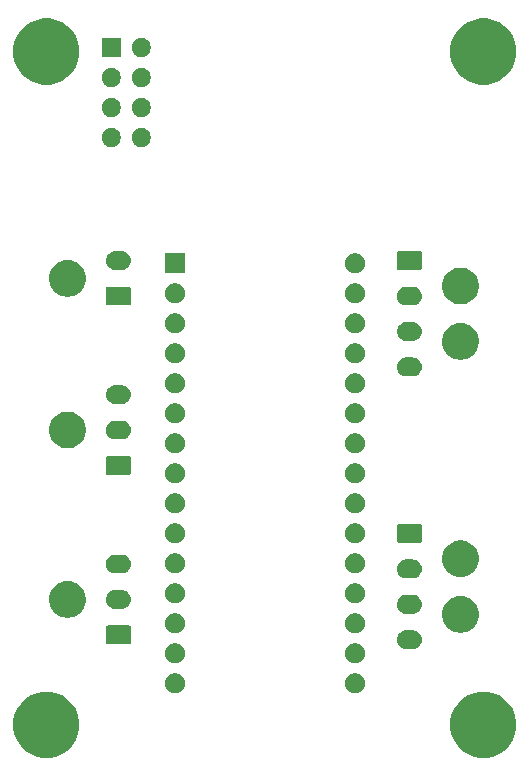
<source format=gbr>
G04 #@! TF.GenerationSoftware,KiCad,Pcbnew,(5.1.5)-3*
G04 #@! TF.CreationDate,2020-05-08T00:45:14-06:00*
G04 #@! TF.ProjectId,vibration,76696272-6174-4696-9f6e-2e6b69636164,rev?*
G04 #@! TF.SameCoordinates,Original*
G04 #@! TF.FileFunction,Soldermask,Bot*
G04 #@! TF.FilePolarity,Negative*
%FSLAX46Y46*%
G04 Gerber Fmt 4.6, Leading zero omitted, Abs format (unit mm)*
G04 Created by KiCad (PCBNEW (5.1.5)-3) date 2020-05-08 00:45:14*
%MOMM*%
%LPD*%
G04 APERTURE LIST*
%ADD10C,0.100000*%
G04 APERTURE END LIST*
D10*
G36*
X101817021Y-143306640D02*
G01*
X102326769Y-143517785D01*
X102326771Y-143517786D01*
X102785534Y-143824321D01*
X103175679Y-144214466D01*
X103482214Y-144673229D01*
X103482215Y-144673231D01*
X103693360Y-145182979D01*
X103801000Y-145724124D01*
X103801000Y-146275876D01*
X103693360Y-146817021D01*
X103482215Y-147326769D01*
X103482214Y-147326771D01*
X103175679Y-147785534D01*
X102785534Y-148175679D01*
X102326771Y-148482214D01*
X102326770Y-148482215D01*
X102326769Y-148482215D01*
X101817021Y-148693360D01*
X101275876Y-148801000D01*
X100724124Y-148801000D01*
X100182979Y-148693360D01*
X99673231Y-148482215D01*
X99673230Y-148482215D01*
X99673229Y-148482214D01*
X99214466Y-148175679D01*
X98824321Y-147785534D01*
X98517786Y-147326771D01*
X98517785Y-147326769D01*
X98306640Y-146817021D01*
X98199000Y-146275876D01*
X98199000Y-145724124D01*
X98306640Y-145182979D01*
X98517785Y-144673231D01*
X98517786Y-144673229D01*
X98824321Y-144214466D01*
X99214466Y-143824321D01*
X99673229Y-143517786D01*
X99673231Y-143517785D01*
X100182979Y-143306640D01*
X100724124Y-143199000D01*
X101275876Y-143199000D01*
X101817021Y-143306640D01*
G37*
G36*
X64817021Y-143306640D02*
G01*
X65326769Y-143517785D01*
X65326771Y-143517786D01*
X65785534Y-143824321D01*
X66175679Y-144214466D01*
X66482214Y-144673229D01*
X66482215Y-144673231D01*
X66693360Y-145182979D01*
X66801000Y-145724124D01*
X66801000Y-146275876D01*
X66693360Y-146817021D01*
X66482215Y-147326769D01*
X66482214Y-147326771D01*
X66175679Y-147785534D01*
X65785534Y-148175679D01*
X65326771Y-148482214D01*
X65326770Y-148482215D01*
X65326769Y-148482215D01*
X64817021Y-148693360D01*
X64275876Y-148801000D01*
X63724124Y-148801000D01*
X63182979Y-148693360D01*
X62673231Y-148482215D01*
X62673230Y-148482215D01*
X62673229Y-148482214D01*
X62214466Y-148175679D01*
X61824321Y-147785534D01*
X61517786Y-147326771D01*
X61517785Y-147326769D01*
X61306640Y-146817021D01*
X61199000Y-146275876D01*
X61199000Y-145724124D01*
X61306640Y-145182979D01*
X61517785Y-144673231D01*
X61517786Y-144673229D01*
X61824321Y-144214466D01*
X62214466Y-143824321D01*
X62673229Y-143517786D01*
X62673231Y-143517785D01*
X63182979Y-143306640D01*
X63724124Y-143199000D01*
X64275876Y-143199000D01*
X64817021Y-143306640D01*
G37*
G36*
X75138228Y-141675703D02*
G01*
X75293100Y-141739853D01*
X75432481Y-141832985D01*
X75551015Y-141951519D01*
X75644147Y-142090900D01*
X75708297Y-142245772D01*
X75741000Y-142410184D01*
X75741000Y-142577816D01*
X75708297Y-142742228D01*
X75644147Y-142897100D01*
X75551015Y-143036481D01*
X75432481Y-143155015D01*
X75293100Y-143248147D01*
X75138228Y-143312297D01*
X74973816Y-143345000D01*
X74806184Y-143345000D01*
X74641772Y-143312297D01*
X74486900Y-143248147D01*
X74347519Y-143155015D01*
X74228985Y-143036481D01*
X74135853Y-142897100D01*
X74071703Y-142742228D01*
X74039000Y-142577816D01*
X74039000Y-142410184D01*
X74071703Y-142245772D01*
X74135853Y-142090900D01*
X74228985Y-141951519D01*
X74347519Y-141832985D01*
X74486900Y-141739853D01*
X74641772Y-141675703D01*
X74806184Y-141643000D01*
X74973816Y-141643000D01*
X75138228Y-141675703D01*
G37*
G36*
X90378228Y-141675703D02*
G01*
X90533100Y-141739853D01*
X90672481Y-141832985D01*
X90791015Y-141951519D01*
X90884147Y-142090900D01*
X90948297Y-142245772D01*
X90981000Y-142410184D01*
X90981000Y-142577816D01*
X90948297Y-142742228D01*
X90884147Y-142897100D01*
X90791015Y-143036481D01*
X90672481Y-143155015D01*
X90533100Y-143248147D01*
X90378228Y-143312297D01*
X90213816Y-143345000D01*
X90046184Y-143345000D01*
X89881772Y-143312297D01*
X89726900Y-143248147D01*
X89587519Y-143155015D01*
X89468985Y-143036481D01*
X89375853Y-142897100D01*
X89311703Y-142742228D01*
X89279000Y-142577816D01*
X89279000Y-142410184D01*
X89311703Y-142245772D01*
X89375853Y-142090900D01*
X89468985Y-141951519D01*
X89587519Y-141832985D01*
X89726900Y-141739853D01*
X89881772Y-141675703D01*
X90046184Y-141643000D01*
X90213816Y-141643000D01*
X90378228Y-141675703D01*
G37*
G36*
X75138228Y-139135703D02*
G01*
X75293100Y-139199853D01*
X75432481Y-139292985D01*
X75551015Y-139411519D01*
X75644147Y-139550900D01*
X75708297Y-139705772D01*
X75741000Y-139870184D01*
X75741000Y-140037816D01*
X75708297Y-140202228D01*
X75644147Y-140357100D01*
X75551015Y-140496481D01*
X75432481Y-140615015D01*
X75293100Y-140708147D01*
X75138228Y-140772297D01*
X74973816Y-140805000D01*
X74806184Y-140805000D01*
X74641772Y-140772297D01*
X74486900Y-140708147D01*
X74347519Y-140615015D01*
X74228985Y-140496481D01*
X74135853Y-140357100D01*
X74071703Y-140202228D01*
X74039000Y-140037816D01*
X74039000Y-139870184D01*
X74071703Y-139705772D01*
X74135853Y-139550900D01*
X74228985Y-139411519D01*
X74347519Y-139292985D01*
X74486900Y-139199853D01*
X74641772Y-139135703D01*
X74806184Y-139103000D01*
X74973816Y-139103000D01*
X75138228Y-139135703D01*
G37*
G36*
X90378228Y-139135703D02*
G01*
X90533100Y-139199853D01*
X90672481Y-139292985D01*
X90791015Y-139411519D01*
X90884147Y-139550900D01*
X90948297Y-139705772D01*
X90981000Y-139870184D01*
X90981000Y-140037816D01*
X90948297Y-140202228D01*
X90884147Y-140357100D01*
X90791015Y-140496481D01*
X90672481Y-140615015D01*
X90533100Y-140708147D01*
X90378228Y-140772297D01*
X90213816Y-140805000D01*
X90046184Y-140805000D01*
X89881772Y-140772297D01*
X89726900Y-140708147D01*
X89587519Y-140615015D01*
X89468985Y-140496481D01*
X89375853Y-140357100D01*
X89311703Y-140202228D01*
X89279000Y-140037816D01*
X89279000Y-139870184D01*
X89311703Y-139705772D01*
X89375853Y-139550900D01*
X89468985Y-139411519D01*
X89587519Y-139292985D01*
X89726900Y-139199853D01*
X89881772Y-139135703D01*
X90046184Y-139103000D01*
X90213816Y-139103000D01*
X90378228Y-139135703D01*
G37*
G36*
X95080571Y-137996863D02*
G01*
X95159023Y-138004590D01*
X95259682Y-138035125D01*
X95310013Y-138050392D01*
X95449165Y-138124771D01*
X95571133Y-138224867D01*
X95671229Y-138346835D01*
X95745608Y-138485987D01*
X95745608Y-138485988D01*
X95791410Y-138636977D01*
X95806875Y-138794000D01*
X95791410Y-138951023D01*
X95786233Y-138968089D01*
X95745608Y-139102013D01*
X95671229Y-139241165D01*
X95571133Y-139363133D01*
X95449165Y-139463229D01*
X95310013Y-139537608D01*
X95266194Y-139550900D01*
X95159023Y-139583410D01*
X95080571Y-139591137D01*
X95041346Y-139595000D01*
X94442654Y-139595000D01*
X94403429Y-139591137D01*
X94324977Y-139583410D01*
X94217806Y-139550900D01*
X94173987Y-139537608D01*
X94034835Y-139463229D01*
X93912867Y-139363133D01*
X93812771Y-139241165D01*
X93738392Y-139102013D01*
X93697767Y-138968089D01*
X93692590Y-138951023D01*
X93677125Y-138794000D01*
X93692590Y-138636977D01*
X93738392Y-138485988D01*
X93738392Y-138485987D01*
X93812771Y-138346835D01*
X93912867Y-138224867D01*
X94034835Y-138124771D01*
X94173987Y-138050392D01*
X94224318Y-138035125D01*
X94324977Y-138004590D01*
X94403429Y-137996863D01*
X94442654Y-137993000D01*
X95041346Y-137993000D01*
X95080571Y-137996863D01*
G37*
G36*
X71017048Y-137585122D02*
G01*
X71051387Y-137595539D01*
X71083036Y-137612456D01*
X71110778Y-137635222D01*
X71133544Y-137662964D01*
X71150461Y-137694613D01*
X71160878Y-137728952D01*
X71165000Y-137770807D01*
X71165000Y-138993193D01*
X71160878Y-139035048D01*
X71150461Y-139069387D01*
X71133544Y-139101036D01*
X71110778Y-139128778D01*
X71083036Y-139151544D01*
X71051387Y-139168461D01*
X71017048Y-139178878D01*
X70975193Y-139183000D01*
X69232807Y-139183000D01*
X69190952Y-139178878D01*
X69156613Y-139168461D01*
X69124964Y-139151544D01*
X69097222Y-139128778D01*
X69074456Y-139101036D01*
X69057539Y-139069387D01*
X69047122Y-139035048D01*
X69043000Y-138993193D01*
X69043000Y-137770807D01*
X69047122Y-137728952D01*
X69057539Y-137694613D01*
X69074456Y-137662964D01*
X69097222Y-137635222D01*
X69124964Y-137612456D01*
X69156613Y-137595539D01*
X69190952Y-137585122D01*
X69232807Y-137581000D01*
X70975193Y-137581000D01*
X71017048Y-137585122D01*
G37*
G36*
X90378228Y-136595703D02*
G01*
X90533100Y-136659853D01*
X90672481Y-136752985D01*
X90791015Y-136871519D01*
X90884147Y-137010900D01*
X90948297Y-137165772D01*
X90981000Y-137330184D01*
X90981000Y-137497816D01*
X90948297Y-137662228D01*
X90884147Y-137817100D01*
X90791015Y-137956481D01*
X90672481Y-138075015D01*
X90533100Y-138168147D01*
X90378228Y-138232297D01*
X90213816Y-138265000D01*
X90046184Y-138265000D01*
X89881772Y-138232297D01*
X89726900Y-138168147D01*
X89587519Y-138075015D01*
X89468985Y-137956481D01*
X89375853Y-137817100D01*
X89311703Y-137662228D01*
X89279000Y-137497816D01*
X89279000Y-137330184D01*
X89311703Y-137165772D01*
X89375853Y-137010900D01*
X89468985Y-136871519D01*
X89587519Y-136752985D01*
X89726900Y-136659853D01*
X89881772Y-136595703D01*
X90046184Y-136563000D01*
X90213816Y-136563000D01*
X90378228Y-136595703D01*
G37*
G36*
X75138228Y-136595703D02*
G01*
X75293100Y-136659853D01*
X75432481Y-136752985D01*
X75551015Y-136871519D01*
X75644147Y-137010900D01*
X75708297Y-137165772D01*
X75741000Y-137330184D01*
X75741000Y-137497816D01*
X75708297Y-137662228D01*
X75644147Y-137817100D01*
X75551015Y-137956481D01*
X75432481Y-138075015D01*
X75293100Y-138168147D01*
X75138228Y-138232297D01*
X74973816Y-138265000D01*
X74806184Y-138265000D01*
X74641772Y-138232297D01*
X74486900Y-138168147D01*
X74347519Y-138075015D01*
X74228985Y-137956481D01*
X74135853Y-137817100D01*
X74071703Y-137662228D01*
X74039000Y-137497816D01*
X74039000Y-137330184D01*
X74071703Y-137165772D01*
X74135853Y-137010900D01*
X74228985Y-136871519D01*
X74347519Y-136752985D01*
X74486900Y-136659853D01*
X74641772Y-136595703D01*
X74806184Y-136563000D01*
X74973816Y-136563000D01*
X75138228Y-136595703D01*
G37*
G36*
X99361699Y-135122228D02*
G01*
X99514410Y-135152604D01*
X99796674Y-135269521D01*
X100050705Y-135439259D01*
X100266741Y-135655295D01*
X100436479Y-135909326D01*
X100553396Y-136191590D01*
X100613000Y-136491240D01*
X100613000Y-136796760D01*
X100553396Y-137096410D01*
X100436479Y-137378674D01*
X100266741Y-137632705D01*
X100050705Y-137848741D01*
X99796674Y-138018479D01*
X99514410Y-138135396D01*
X99364585Y-138165198D01*
X99214761Y-138195000D01*
X98909239Y-138195000D01*
X98759415Y-138165198D01*
X98609590Y-138135396D01*
X98327326Y-138018479D01*
X98073295Y-137848741D01*
X97857259Y-137632705D01*
X97687521Y-137378674D01*
X97570604Y-137096410D01*
X97511000Y-136796760D01*
X97511000Y-136491240D01*
X97570604Y-136191590D01*
X97687521Y-135909326D01*
X97857259Y-135655295D01*
X98073295Y-135439259D01*
X98327326Y-135269521D01*
X98609590Y-135152604D01*
X98762301Y-135122228D01*
X98909239Y-135093000D01*
X99214761Y-135093000D01*
X99361699Y-135122228D01*
G37*
G36*
X66086585Y-133860802D02*
G01*
X66236410Y-133890604D01*
X66518674Y-134007521D01*
X66772705Y-134177259D01*
X66988741Y-134393295D01*
X67158479Y-134647326D01*
X67275396Y-134929590D01*
X67305198Y-135079415D01*
X67335000Y-135229239D01*
X67335000Y-135534761D01*
X67334152Y-135539023D01*
X67275396Y-135834410D01*
X67158479Y-136116674D01*
X66988741Y-136370705D01*
X66772705Y-136586741D01*
X66518674Y-136756479D01*
X66236410Y-136873396D01*
X66086585Y-136903198D01*
X65936761Y-136933000D01*
X65631239Y-136933000D01*
X65481415Y-136903198D01*
X65331590Y-136873396D01*
X65049326Y-136756479D01*
X64795295Y-136586741D01*
X64579259Y-136370705D01*
X64409521Y-136116674D01*
X64292604Y-135834410D01*
X64233848Y-135539023D01*
X64233000Y-135534761D01*
X64233000Y-135229239D01*
X64262802Y-135079415D01*
X64292604Y-134929590D01*
X64409521Y-134647326D01*
X64579259Y-134393295D01*
X64795295Y-134177259D01*
X65049326Y-134007521D01*
X65331590Y-133890604D01*
X65481415Y-133860802D01*
X65631239Y-133831000D01*
X65936761Y-133831000D01*
X66086585Y-133860802D01*
G37*
G36*
X95080571Y-134996863D02*
G01*
X95159023Y-135004590D01*
X95259682Y-135035125D01*
X95310013Y-135050392D01*
X95449165Y-135124771D01*
X95571133Y-135224867D01*
X95671229Y-135346835D01*
X95745608Y-135485987D01*
X95745608Y-135485988D01*
X95791410Y-135636977D01*
X95806875Y-135794000D01*
X95791410Y-135951023D01*
X95761013Y-136051229D01*
X95745608Y-136102013D01*
X95671229Y-136241165D01*
X95571133Y-136363133D01*
X95449165Y-136463229D01*
X95310013Y-136537608D01*
X95259682Y-136552875D01*
X95159023Y-136583410D01*
X95080571Y-136591137D01*
X95041346Y-136595000D01*
X94442654Y-136595000D01*
X94403429Y-136591137D01*
X94324977Y-136583410D01*
X94224318Y-136552875D01*
X94173987Y-136537608D01*
X94034835Y-136463229D01*
X93912867Y-136363133D01*
X93812771Y-136241165D01*
X93738392Y-136102013D01*
X93722987Y-136051229D01*
X93692590Y-135951023D01*
X93677125Y-135794000D01*
X93692590Y-135636977D01*
X93738392Y-135485988D01*
X93738392Y-135485987D01*
X93812771Y-135346835D01*
X93912867Y-135224867D01*
X94034835Y-135124771D01*
X94173987Y-135050392D01*
X94224318Y-135035125D01*
X94324977Y-135004590D01*
X94403429Y-134996863D01*
X94442654Y-134993000D01*
X95041346Y-134993000D01*
X95080571Y-134996863D01*
G37*
G36*
X70442571Y-134584863D02*
G01*
X70521023Y-134592590D01*
X70621682Y-134623125D01*
X70672013Y-134638392D01*
X70811165Y-134712771D01*
X70933133Y-134812867D01*
X71033229Y-134934835D01*
X71107608Y-135073987D01*
X71107608Y-135073988D01*
X71153410Y-135224977D01*
X71168875Y-135382000D01*
X71153410Y-135539023D01*
X71126374Y-135628148D01*
X71107608Y-135690013D01*
X71033229Y-135829165D01*
X70933133Y-135951133D01*
X70811165Y-136051229D01*
X70672013Y-136125608D01*
X70621682Y-136140875D01*
X70521023Y-136171410D01*
X70442571Y-136179137D01*
X70403346Y-136183000D01*
X69804654Y-136183000D01*
X69765429Y-136179137D01*
X69686977Y-136171410D01*
X69586318Y-136140875D01*
X69535987Y-136125608D01*
X69396835Y-136051229D01*
X69274867Y-135951133D01*
X69174771Y-135829165D01*
X69100392Y-135690013D01*
X69081626Y-135628148D01*
X69054590Y-135539023D01*
X69039125Y-135382000D01*
X69054590Y-135224977D01*
X69100392Y-135073988D01*
X69100392Y-135073987D01*
X69174771Y-134934835D01*
X69274867Y-134812867D01*
X69396835Y-134712771D01*
X69535987Y-134638392D01*
X69586318Y-134623125D01*
X69686977Y-134592590D01*
X69765429Y-134584863D01*
X69804654Y-134581000D01*
X70403346Y-134581000D01*
X70442571Y-134584863D01*
G37*
G36*
X90378228Y-134055703D02*
G01*
X90533100Y-134119853D01*
X90672481Y-134212985D01*
X90791015Y-134331519D01*
X90884147Y-134470900D01*
X90948297Y-134625772D01*
X90981000Y-134790184D01*
X90981000Y-134957816D01*
X90948297Y-135122228D01*
X90884147Y-135277100D01*
X90791015Y-135416481D01*
X90672481Y-135535015D01*
X90533100Y-135628147D01*
X90378228Y-135692297D01*
X90213816Y-135725000D01*
X90046184Y-135725000D01*
X89881772Y-135692297D01*
X89726900Y-135628147D01*
X89587519Y-135535015D01*
X89468985Y-135416481D01*
X89375853Y-135277100D01*
X89311703Y-135122228D01*
X89279000Y-134957816D01*
X89279000Y-134790184D01*
X89311703Y-134625772D01*
X89375853Y-134470900D01*
X89468985Y-134331519D01*
X89587519Y-134212985D01*
X89726900Y-134119853D01*
X89881772Y-134055703D01*
X90046184Y-134023000D01*
X90213816Y-134023000D01*
X90378228Y-134055703D01*
G37*
G36*
X75138228Y-134055703D02*
G01*
X75293100Y-134119853D01*
X75432481Y-134212985D01*
X75551015Y-134331519D01*
X75644147Y-134470900D01*
X75708297Y-134625772D01*
X75741000Y-134790184D01*
X75741000Y-134957816D01*
X75708297Y-135122228D01*
X75644147Y-135277100D01*
X75551015Y-135416481D01*
X75432481Y-135535015D01*
X75293100Y-135628147D01*
X75138228Y-135692297D01*
X74973816Y-135725000D01*
X74806184Y-135725000D01*
X74641772Y-135692297D01*
X74486900Y-135628147D01*
X74347519Y-135535015D01*
X74228985Y-135416481D01*
X74135853Y-135277100D01*
X74071703Y-135122228D01*
X74039000Y-134957816D01*
X74039000Y-134790184D01*
X74071703Y-134625772D01*
X74135853Y-134470900D01*
X74228985Y-134331519D01*
X74347519Y-134212985D01*
X74486900Y-134119853D01*
X74641772Y-134055703D01*
X74806184Y-134023000D01*
X74973816Y-134023000D01*
X75138228Y-134055703D01*
G37*
G36*
X95080571Y-131996863D02*
G01*
X95159023Y-132004590D01*
X95259682Y-132035125D01*
X95310013Y-132050392D01*
X95449165Y-132124771D01*
X95571133Y-132224867D01*
X95671229Y-132346835D01*
X95745608Y-132485987D01*
X95745608Y-132485988D01*
X95791410Y-132636977D01*
X95806875Y-132794000D01*
X95791410Y-132951023D01*
X95778065Y-132995015D01*
X95745608Y-133102013D01*
X95671229Y-133241165D01*
X95571133Y-133363133D01*
X95449165Y-133463229D01*
X95310013Y-133537608D01*
X95259682Y-133552875D01*
X95159023Y-133583410D01*
X95080571Y-133591137D01*
X95041346Y-133595000D01*
X94442654Y-133595000D01*
X94403429Y-133591137D01*
X94324977Y-133583410D01*
X94224318Y-133552875D01*
X94173987Y-133537608D01*
X94034835Y-133463229D01*
X93912867Y-133363133D01*
X93812771Y-133241165D01*
X93738392Y-133102013D01*
X93705935Y-132995015D01*
X93692590Y-132951023D01*
X93677125Y-132794000D01*
X93692590Y-132636977D01*
X93738392Y-132485988D01*
X93738392Y-132485987D01*
X93812771Y-132346835D01*
X93912867Y-132224867D01*
X94034835Y-132124771D01*
X94173987Y-132050392D01*
X94224318Y-132035125D01*
X94324977Y-132004590D01*
X94403429Y-131996863D01*
X94442654Y-131993000D01*
X95041346Y-131993000D01*
X95080571Y-131996863D01*
G37*
G36*
X99364585Y-130422802D02*
G01*
X99514410Y-130452604D01*
X99796674Y-130569521D01*
X100050705Y-130739259D01*
X100266741Y-130955295D01*
X100436479Y-131209326D01*
X100553396Y-131491590D01*
X100613000Y-131791240D01*
X100613000Y-132096760D01*
X100553396Y-132396410D01*
X100436479Y-132678674D01*
X100266741Y-132932705D01*
X100050705Y-133148741D01*
X99796674Y-133318479D01*
X99514410Y-133435396D01*
X99374484Y-133463229D01*
X99214761Y-133495000D01*
X98909239Y-133495000D01*
X98749516Y-133463229D01*
X98609590Y-133435396D01*
X98327326Y-133318479D01*
X98073295Y-133148741D01*
X97857259Y-132932705D01*
X97687521Y-132678674D01*
X97570604Y-132396410D01*
X97511000Y-132096760D01*
X97511000Y-131791240D01*
X97570604Y-131491590D01*
X97687521Y-131209326D01*
X97857259Y-130955295D01*
X98073295Y-130739259D01*
X98327326Y-130569521D01*
X98609590Y-130452604D01*
X98759415Y-130422802D01*
X98909239Y-130393000D01*
X99214761Y-130393000D01*
X99364585Y-130422802D01*
G37*
G36*
X75138228Y-131515703D02*
G01*
X75293100Y-131579853D01*
X75432481Y-131672985D01*
X75551015Y-131791519D01*
X75644147Y-131930900D01*
X75708297Y-132085772D01*
X75741000Y-132250184D01*
X75741000Y-132417816D01*
X75708297Y-132582228D01*
X75644147Y-132737100D01*
X75551015Y-132876481D01*
X75432481Y-132995015D01*
X75293100Y-133088147D01*
X75138228Y-133152297D01*
X74973816Y-133185000D01*
X74806184Y-133185000D01*
X74641772Y-133152297D01*
X74486900Y-133088147D01*
X74347519Y-132995015D01*
X74228985Y-132876481D01*
X74135853Y-132737100D01*
X74071703Y-132582228D01*
X74039000Y-132417816D01*
X74039000Y-132250184D01*
X74071703Y-132085772D01*
X74135853Y-131930900D01*
X74228985Y-131791519D01*
X74347519Y-131672985D01*
X74486900Y-131579853D01*
X74641772Y-131515703D01*
X74806184Y-131483000D01*
X74973816Y-131483000D01*
X75138228Y-131515703D01*
G37*
G36*
X90378228Y-131515703D02*
G01*
X90533100Y-131579853D01*
X90672481Y-131672985D01*
X90791015Y-131791519D01*
X90884147Y-131930900D01*
X90948297Y-132085772D01*
X90981000Y-132250184D01*
X90981000Y-132417816D01*
X90948297Y-132582228D01*
X90884147Y-132737100D01*
X90791015Y-132876481D01*
X90672481Y-132995015D01*
X90533100Y-133088147D01*
X90378228Y-133152297D01*
X90213816Y-133185000D01*
X90046184Y-133185000D01*
X89881772Y-133152297D01*
X89726900Y-133088147D01*
X89587519Y-132995015D01*
X89468985Y-132876481D01*
X89375853Y-132737100D01*
X89311703Y-132582228D01*
X89279000Y-132417816D01*
X89279000Y-132250184D01*
X89311703Y-132085772D01*
X89375853Y-131930900D01*
X89468985Y-131791519D01*
X89587519Y-131672985D01*
X89726900Y-131579853D01*
X89881772Y-131515703D01*
X90046184Y-131483000D01*
X90213816Y-131483000D01*
X90378228Y-131515703D01*
G37*
G36*
X70442571Y-131584863D02*
G01*
X70521023Y-131592590D01*
X70621682Y-131623125D01*
X70672013Y-131638392D01*
X70811165Y-131712771D01*
X70933133Y-131812867D01*
X71033229Y-131934835D01*
X71107608Y-132073987D01*
X71111183Y-132085772D01*
X71153410Y-132224977D01*
X71168875Y-132382000D01*
X71153410Y-132539023D01*
X71123696Y-132636977D01*
X71107608Y-132690013D01*
X71033229Y-132829165D01*
X70933133Y-132951133D01*
X70811165Y-133051229D01*
X70672013Y-133125608D01*
X70621682Y-133140875D01*
X70521023Y-133171410D01*
X70442571Y-133179137D01*
X70403346Y-133183000D01*
X69804654Y-133183000D01*
X69765429Y-133179137D01*
X69686977Y-133171410D01*
X69586318Y-133140875D01*
X69535987Y-133125608D01*
X69396835Y-133051229D01*
X69274867Y-132951133D01*
X69174771Y-132829165D01*
X69100392Y-132690013D01*
X69084304Y-132636977D01*
X69054590Y-132539023D01*
X69039125Y-132382000D01*
X69054590Y-132224977D01*
X69096817Y-132085772D01*
X69100392Y-132073987D01*
X69174771Y-131934835D01*
X69274867Y-131812867D01*
X69396835Y-131712771D01*
X69535987Y-131638392D01*
X69586318Y-131623125D01*
X69686977Y-131592590D01*
X69765429Y-131584863D01*
X69804654Y-131581000D01*
X70403346Y-131581000D01*
X70442571Y-131584863D01*
G37*
G36*
X90378228Y-128975703D02*
G01*
X90533100Y-129039853D01*
X90672481Y-129132985D01*
X90791015Y-129251519D01*
X90884147Y-129390900D01*
X90948297Y-129545772D01*
X90981000Y-129710184D01*
X90981000Y-129877816D01*
X90948297Y-130042228D01*
X90884147Y-130197100D01*
X90791015Y-130336481D01*
X90672481Y-130455015D01*
X90533100Y-130548147D01*
X90378228Y-130612297D01*
X90213816Y-130645000D01*
X90046184Y-130645000D01*
X89881772Y-130612297D01*
X89726900Y-130548147D01*
X89587519Y-130455015D01*
X89468985Y-130336481D01*
X89375853Y-130197100D01*
X89311703Y-130042228D01*
X89279000Y-129877816D01*
X89279000Y-129710184D01*
X89311703Y-129545772D01*
X89375853Y-129390900D01*
X89468985Y-129251519D01*
X89587519Y-129132985D01*
X89726900Y-129039853D01*
X89881772Y-128975703D01*
X90046184Y-128943000D01*
X90213816Y-128943000D01*
X90378228Y-128975703D01*
G37*
G36*
X75138228Y-128975703D02*
G01*
X75293100Y-129039853D01*
X75432481Y-129132985D01*
X75551015Y-129251519D01*
X75644147Y-129390900D01*
X75708297Y-129545772D01*
X75741000Y-129710184D01*
X75741000Y-129877816D01*
X75708297Y-130042228D01*
X75644147Y-130197100D01*
X75551015Y-130336481D01*
X75432481Y-130455015D01*
X75293100Y-130548147D01*
X75138228Y-130612297D01*
X74973816Y-130645000D01*
X74806184Y-130645000D01*
X74641772Y-130612297D01*
X74486900Y-130548147D01*
X74347519Y-130455015D01*
X74228985Y-130336481D01*
X74135853Y-130197100D01*
X74071703Y-130042228D01*
X74039000Y-129877816D01*
X74039000Y-129710184D01*
X74071703Y-129545772D01*
X74135853Y-129390900D01*
X74228985Y-129251519D01*
X74347519Y-129132985D01*
X74486900Y-129039853D01*
X74641772Y-128975703D01*
X74806184Y-128943000D01*
X74973816Y-128943000D01*
X75138228Y-128975703D01*
G37*
G36*
X95655048Y-128997122D02*
G01*
X95689387Y-129007539D01*
X95721036Y-129024456D01*
X95748778Y-129047222D01*
X95771544Y-129074964D01*
X95788461Y-129106613D01*
X95798878Y-129140952D01*
X95803000Y-129182807D01*
X95803000Y-130405193D01*
X95798878Y-130447048D01*
X95788461Y-130481387D01*
X95771544Y-130513036D01*
X95748778Y-130540778D01*
X95721036Y-130563544D01*
X95689387Y-130580461D01*
X95655048Y-130590878D01*
X95613193Y-130595000D01*
X93870807Y-130595000D01*
X93828952Y-130590878D01*
X93794613Y-130580461D01*
X93762964Y-130563544D01*
X93735222Y-130540778D01*
X93712456Y-130513036D01*
X93695539Y-130481387D01*
X93685122Y-130447048D01*
X93681000Y-130405193D01*
X93681000Y-129182807D01*
X93685122Y-129140952D01*
X93695539Y-129106613D01*
X93712456Y-129074964D01*
X93735222Y-129047222D01*
X93762964Y-129024456D01*
X93794613Y-129007539D01*
X93828952Y-128997122D01*
X93870807Y-128993000D01*
X95613193Y-128993000D01*
X95655048Y-128997122D01*
G37*
G36*
X90378228Y-126435703D02*
G01*
X90533100Y-126499853D01*
X90672481Y-126592985D01*
X90791015Y-126711519D01*
X90884147Y-126850900D01*
X90948297Y-127005772D01*
X90981000Y-127170184D01*
X90981000Y-127337816D01*
X90948297Y-127502228D01*
X90884147Y-127657100D01*
X90791015Y-127796481D01*
X90672481Y-127915015D01*
X90533100Y-128008147D01*
X90378228Y-128072297D01*
X90213816Y-128105000D01*
X90046184Y-128105000D01*
X89881772Y-128072297D01*
X89726900Y-128008147D01*
X89587519Y-127915015D01*
X89468985Y-127796481D01*
X89375853Y-127657100D01*
X89311703Y-127502228D01*
X89279000Y-127337816D01*
X89279000Y-127170184D01*
X89311703Y-127005772D01*
X89375853Y-126850900D01*
X89468985Y-126711519D01*
X89587519Y-126592985D01*
X89726900Y-126499853D01*
X89881772Y-126435703D01*
X90046184Y-126403000D01*
X90213816Y-126403000D01*
X90378228Y-126435703D01*
G37*
G36*
X75138228Y-126435703D02*
G01*
X75293100Y-126499853D01*
X75432481Y-126592985D01*
X75551015Y-126711519D01*
X75644147Y-126850900D01*
X75708297Y-127005772D01*
X75741000Y-127170184D01*
X75741000Y-127337816D01*
X75708297Y-127502228D01*
X75644147Y-127657100D01*
X75551015Y-127796481D01*
X75432481Y-127915015D01*
X75293100Y-128008147D01*
X75138228Y-128072297D01*
X74973816Y-128105000D01*
X74806184Y-128105000D01*
X74641772Y-128072297D01*
X74486900Y-128008147D01*
X74347519Y-127915015D01*
X74228985Y-127796481D01*
X74135853Y-127657100D01*
X74071703Y-127502228D01*
X74039000Y-127337816D01*
X74039000Y-127170184D01*
X74071703Y-127005772D01*
X74135853Y-126850900D01*
X74228985Y-126711519D01*
X74347519Y-126592985D01*
X74486900Y-126499853D01*
X74641772Y-126435703D01*
X74806184Y-126403000D01*
X74973816Y-126403000D01*
X75138228Y-126435703D01*
G37*
G36*
X90378228Y-123895703D02*
G01*
X90533100Y-123959853D01*
X90672481Y-124052985D01*
X90791015Y-124171519D01*
X90884147Y-124310900D01*
X90948297Y-124465772D01*
X90981000Y-124630184D01*
X90981000Y-124797816D01*
X90948297Y-124962228D01*
X90884147Y-125117100D01*
X90791015Y-125256481D01*
X90672481Y-125375015D01*
X90533100Y-125468147D01*
X90378228Y-125532297D01*
X90213816Y-125565000D01*
X90046184Y-125565000D01*
X89881772Y-125532297D01*
X89726900Y-125468147D01*
X89587519Y-125375015D01*
X89468985Y-125256481D01*
X89375853Y-125117100D01*
X89311703Y-124962228D01*
X89279000Y-124797816D01*
X89279000Y-124630184D01*
X89311703Y-124465772D01*
X89375853Y-124310900D01*
X89468985Y-124171519D01*
X89587519Y-124052985D01*
X89726900Y-123959853D01*
X89881772Y-123895703D01*
X90046184Y-123863000D01*
X90213816Y-123863000D01*
X90378228Y-123895703D01*
G37*
G36*
X75138228Y-123895703D02*
G01*
X75293100Y-123959853D01*
X75432481Y-124052985D01*
X75551015Y-124171519D01*
X75644147Y-124310900D01*
X75708297Y-124465772D01*
X75741000Y-124630184D01*
X75741000Y-124797816D01*
X75708297Y-124962228D01*
X75644147Y-125117100D01*
X75551015Y-125256481D01*
X75432481Y-125375015D01*
X75293100Y-125468147D01*
X75138228Y-125532297D01*
X74973816Y-125565000D01*
X74806184Y-125565000D01*
X74641772Y-125532297D01*
X74486900Y-125468147D01*
X74347519Y-125375015D01*
X74228985Y-125256481D01*
X74135853Y-125117100D01*
X74071703Y-124962228D01*
X74039000Y-124797816D01*
X74039000Y-124630184D01*
X74071703Y-124465772D01*
X74135853Y-124310900D01*
X74228985Y-124171519D01*
X74347519Y-124052985D01*
X74486900Y-123959853D01*
X74641772Y-123895703D01*
X74806184Y-123863000D01*
X74973816Y-123863000D01*
X75138228Y-123895703D01*
G37*
G36*
X71017048Y-123241122D02*
G01*
X71051387Y-123251539D01*
X71083036Y-123268456D01*
X71110778Y-123291222D01*
X71133544Y-123318964D01*
X71150461Y-123350613D01*
X71160878Y-123384952D01*
X71165000Y-123426807D01*
X71165000Y-124649193D01*
X71160878Y-124691048D01*
X71150461Y-124725387D01*
X71133544Y-124757036D01*
X71110778Y-124784778D01*
X71083036Y-124807544D01*
X71051387Y-124824461D01*
X71017048Y-124834878D01*
X70975193Y-124839000D01*
X69232807Y-124839000D01*
X69190952Y-124834878D01*
X69156613Y-124824461D01*
X69124964Y-124807544D01*
X69097222Y-124784778D01*
X69074456Y-124757036D01*
X69057539Y-124725387D01*
X69047122Y-124691048D01*
X69043000Y-124649193D01*
X69043000Y-123426807D01*
X69047122Y-123384952D01*
X69057539Y-123350613D01*
X69074456Y-123318964D01*
X69097222Y-123291222D01*
X69124964Y-123268456D01*
X69156613Y-123251539D01*
X69190952Y-123241122D01*
X69232807Y-123237000D01*
X70975193Y-123237000D01*
X71017048Y-123241122D01*
G37*
G36*
X90378228Y-121355703D02*
G01*
X90533100Y-121419853D01*
X90672481Y-121512985D01*
X90791015Y-121631519D01*
X90884147Y-121770900D01*
X90948297Y-121925772D01*
X90981000Y-122090184D01*
X90981000Y-122257816D01*
X90948297Y-122422228D01*
X90884147Y-122577100D01*
X90791015Y-122716481D01*
X90672481Y-122835015D01*
X90533100Y-122928147D01*
X90378228Y-122992297D01*
X90213816Y-123025000D01*
X90046184Y-123025000D01*
X89881772Y-122992297D01*
X89726900Y-122928147D01*
X89587519Y-122835015D01*
X89468985Y-122716481D01*
X89375853Y-122577100D01*
X89311703Y-122422228D01*
X89279000Y-122257816D01*
X89279000Y-122090184D01*
X89311703Y-121925772D01*
X89375853Y-121770900D01*
X89468985Y-121631519D01*
X89587519Y-121512985D01*
X89726900Y-121419853D01*
X89881772Y-121355703D01*
X90046184Y-121323000D01*
X90213816Y-121323000D01*
X90378228Y-121355703D01*
G37*
G36*
X75138228Y-121355703D02*
G01*
X75293100Y-121419853D01*
X75432481Y-121512985D01*
X75551015Y-121631519D01*
X75644147Y-121770900D01*
X75708297Y-121925772D01*
X75741000Y-122090184D01*
X75741000Y-122257816D01*
X75708297Y-122422228D01*
X75644147Y-122577100D01*
X75551015Y-122716481D01*
X75432481Y-122835015D01*
X75293100Y-122928147D01*
X75138228Y-122992297D01*
X74973816Y-123025000D01*
X74806184Y-123025000D01*
X74641772Y-122992297D01*
X74486900Y-122928147D01*
X74347519Y-122835015D01*
X74228985Y-122716481D01*
X74135853Y-122577100D01*
X74071703Y-122422228D01*
X74039000Y-122257816D01*
X74039000Y-122090184D01*
X74071703Y-121925772D01*
X74135853Y-121770900D01*
X74228985Y-121631519D01*
X74347519Y-121512985D01*
X74486900Y-121419853D01*
X74641772Y-121355703D01*
X74806184Y-121323000D01*
X74973816Y-121323000D01*
X75138228Y-121355703D01*
G37*
G36*
X66086585Y-119516802D02*
G01*
X66236410Y-119546604D01*
X66518674Y-119663521D01*
X66772705Y-119833259D01*
X66988741Y-120049295D01*
X67158479Y-120303326D01*
X67275396Y-120585590D01*
X67305198Y-120735415D01*
X67335000Y-120885239D01*
X67335000Y-121190761D01*
X67334152Y-121195023D01*
X67275396Y-121490410D01*
X67158479Y-121772674D01*
X66988741Y-122026705D01*
X66772705Y-122242741D01*
X66518674Y-122412479D01*
X66236410Y-122529396D01*
X66086585Y-122559198D01*
X65936761Y-122589000D01*
X65631239Y-122589000D01*
X65481415Y-122559198D01*
X65331590Y-122529396D01*
X65049326Y-122412479D01*
X64795295Y-122242741D01*
X64579259Y-122026705D01*
X64409521Y-121772674D01*
X64292604Y-121490410D01*
X64233848Y-121195023D01*
X64233000Y-121190761D01*
X64233000Y-120885239D01*
X64262802Y-120735415D01*
X64292604Y-120585590D01*
X64409521Y-120303326D01*
X64579259Y-120049295D01*
X64795295Y-119833259D01*
X65049326Y-119663521D01*
X65331590Y-119546604D01*
X65481415Y-119516802D01*
X65631239Y-119487000D01*
X65936761Y-119487000D01*
X66086585Y-119516802D01*
G37*
G36*
X70442571Y-120240863D02*
G01*
X70521023Y-120248590D01*
X70621682Y-120279125D01*
X70672013Y-120294392D01*
X70811165Y-120368771D01*
X70933133Y-120468867D01*
X71033229Y-120590835D01*
X71107608Y-120729987D01*
X71107608Y-120729988D01*
X71153410Y-120880977D01*
X71168875Y-121038000D01*
X71153410Y-121195023D01*
X71122875Y-121295682D01*
X71107608Y-121346013D01*
X71033229Y-121485165D01*
X70933133Y-121607133D01*
X70811165Y-121707229D01*
X70672013Y-121781608D01*
X70621682Y-121796875D01*
X70521023Y-121827410D01*
X70442571Y-121835137D01*
X70403346Y-121839000D01*
X69804654Y-121839000D01*
X69765429Y-121835137D01*
X69686977Y-121827410D01*
X69586318Y-121796875D01*
X69535987Y-121781608D01*
X69396835Y-121707229D01*
X69274867Y-121607133D01*
X69174771Y-121485165D01*
X69100392Y-121346013D01*
X69085125Y-121295682D01*
X69054590Y-121195023D01*
X69039125Y-121038000D01*
X69054590Y-120880977D01*
X69100392Y-120729988D01*
X69100392Y-120729987D01*
X69174771Y-120590835D01*
X69274867Y-120468867D01*
X69396835Y-120368771D01*
X69535987Y-120294392D01*
X69586318Y-120279125D01*
X69686977Y-120248590D01*
X69765429Y-120240863D01*
X69804654Y-120237000D01*
X70403346Y-120237000D01*
X70442571Y-120240863D01*
G37*
G36*
X90378228Y-118815703D02*
G01*
X90533100Y-118879853D01*
X90672481Y-118972985D01*
X90791015Y-119091519D01*
X90884147Y-119230900D01*
X90948297Y-119385772D01*
X90981000Y-119550184D01*
X90981000Y-119717816D01*
X90948297Y-119882228D01*
X90884147Y-120037100D01*
X90791015Y-120176481D01*
X90672481Y-120295015D01*
X90533100Y-120388147D01*
X90378228Y-120452297D01*
X90213816Y-120485000D01*
X90046184Y-120485000D01*
X89881772Y-120452297D01*
X89726900Y-120388147D01*
X89587519Y-120295015D01*
X89468985Y-120176481D01*
X89375853Y-120037100D01*
X89311703Y-119882228D01*
X89279000Y-119717816D01*
X89279000Y-119550184D01*
X89311703Y-119385772D01*
X89375853Y-119230900D01*
X89468985Y-119091519D01*
X89587519Y-118972985D01*
X89726900Y-118879853D01*
X89881772Y-118815703D01*
X90046184Y-118783000D01*
X90213816Y-118783000D01*
X90378228Y-118815703D01*
G37*
G36*
X75138228Y-118815703D02*
G01*
X75293100Y-118879853D01*
X75432481Y-118972985D01*
X75551015Y-119091519D01*
X75644147Y-119230900D01*
X75708297Y-119385772D01*
X75741000Y-119550184D01*
X75741000Y-119717816D01*
X75708297Y-119882228D01*
X75644147Y-120037100D01*
X75551015Y-120176481D01*
X75432481Y-120295015D01*
X75293100Y-120388147D01*
X75138228Y-120452297D01*
X74973816Y-120485000D01*
X74806184Y-120485000D01*
X74641772Y-120452297D01*
X74486900Y-120388147D01*
X74347519Y-120295015D01*
X74228985Y-120176481D01*
X74135853Y-120037100D01*
X74071703Y-119882228D01*
X74039000Y-119717816D01*
X74039000Y-119550184D01*
X74071703Y-119385772D01*
X74135853Y-119230900D01*
X74228985Y-119091519D01*
X74347519Y-118972985D01*
X74486900Y-118879853D01*
X74641772Y-118815703D01*
X74806184Y-118783000D01*
X74973816Y-118783000D01*
X75138228Y-118815703D01*
G37*
G36*
X70442571Y-117240863D02*
G01*
X70521023Y-117248590D01*
X70621682Y-117279125D01*
X70672013Y-117294392D01*
X70811165Y-117368771D01*
X70933133Y-117468867D01*
X71033229Y-117590835D01*
X71107608Y-117729987D01*
X71107608Y-117729988D01*
X71153410Y-117880977D01*
X71168875Y-118038000D01*
X71153410Y-118195023D01*
X71122875Y-118295682D01*
X71107608Y-118346013D01*
X71033229Y-118485165D01*
X70933133Y-118607133D01*
X70811165Y-118707229D01*
X70672013Y-118781608D01*
X70621682Y-118796875D01*
X70521023Y-118827410D01*
X70442571Y-118835137D01*
X70403346Y-118839000D01*
X69804654Y-118839000D01*
X69765429Y-118835137D01*
X69686977Y-118827410D01*
X69586318Y-118796875D01*
X69535987Y-118781608D01*
X69396835Y-118707229D01*
X69274867Y-118607133D01*
X69174771Y-118485165D01*
X69100392Y-118346013D01*
X69085125Y-118295682D01*
X69054590Y-118195023D01*
X69039125Y-118038000D01*
X69054590Y-117880977D01*
X69100392Y-117729988D01*
X69100392Y-117729987D01*
X69174771Y-117590835D01*
X69274867Y-117468867D01*
X69396835Y-117368771D01*
X69535987Y-117294392D01*
X69586318Y-117279125D01*
X69686977Y-117248590D01*
X69765429Y-117240863D01*
X69804654Y-117237000D01*
X70403346Y-117237000D01*
X70442571Y-117240863D01*
G37*
G36*
X75138228Y-116275703D02*
G01*
X75293100Y-116339853D01*
X75432481Y-116432985D01*
X75551015Y-116551519D01*
X75644147Y-116690900D01*
X75708297Y-116845772D01*
X75741000Y-117010184D01*
X75741000Y-117177816D01*
X75708297Y-117342228D01*
X75644147Y-117497100D01*
X75551015Y-117636481D01*
X75432481Y-117755015D01*
X75293100Y-117848147D01*
X75138228Y-117912297D01*
X74973816Y-117945000D01*
X74806184Y-117945000D01*
X74641772Y-117912297D01*
X74486900Y-117848147D01*
X74347519Y-117755015D01*
X74228985Y-117636481D01*
X74135853Y-117497100D01*
X74071703Y-117342228D01*
X74039000Y-117177816D01*
X74039000Y-117010184D01*
X74071703Y-116845772D01*
X74135853Y-116690900D01*
X74228985Y-116551519D01*
X74347519Y-116432985D01*
X74486900Y-116339853D01*
X74641772Y-116275703D01*
X74806184Y-116243000D01*
X74973816Y-116243000D01*
X75138228Y-116275703D01*
G37*
G36*
X90378228Y-116275703D02*
G01*
X90533100Y-116339853D01*
X90672481Y-116432985D01*
X90791015Y-116551519D01*
X90884147Y-116690900D01*
X90948297Y-116845772D01*
X90981000Y-117010184D01*
X90981000Y-117177816D01*
X90948297Y-117342228D01*
X90884147Y-117497100D01*
X90791015Y-117636481D01*
X90672481Y-117755015D01*
X90533100Y-117848147D01*
X90378228Y-117912297D01*
X90213816Y-117945000D01*
X90046184Y-117945000D01*
X89881772Y-117912297D01*
X89726900Y-117848147D01*
X89587519Y-117755015D01*
X89468985Y-117636481D01*
X89375853Y-117497100D01*
X89311703Y-117342228D01*
X89279000Y-117177816D01*
X89279000Y-117010184D01*
X89311703Y-116845772D01*
X89375853Y-116690900D01*
X89468985Y-116551519D01*
X89587519Y-116432985D01*
X89726900Y-116339853D01*
X89881772Y-116275703D01*
X90046184Y-116243000D01*
X90213816Y-116243000D01*
X90378228Y-116275703D01*
G37*
G36*
X95080571Y-114896863D02*
G01*
X95159023Y-114904590D01*
X95259682Y-114935125D01*
X95310013Y-114950392D01*
X95449165Y-115024771D01*
X95571133Y-115124867D01*
X95671229Y-115246835D01*
X95745608Y-115385987D01*
X95745608Y-115385988D01*
X95791410Y-115536977D01*
X95806875Y-115694000D01*
X95791410Y-115851023D01*
X95760875Y-115951682D01*
X95745608Y-116002013D01*
X95671229Y-116141165D01*
X95571133Y-116263133D01*
X95449165Y-116363229D01*
X95310013Y-116437608D01*
X95259682Y-116452875D01*
X95159023Y-116483410D01*
X95080571Y-116491137D01*
X95041346Y-116495000D01*
X94442654Y-116495000D01*
X94403429Y-116491137D01*
X94324977Y-116483410D01*
X94224318Y-116452875D01*
X94173987Y-116437608D01*
X94034835Y-116363229D01*
X93912867Y-116263133D01*
X93812771Y-116141165D01*
X93738392Y-116002013D01*
X93723125Y-115951682D01*
X93692590Y-115851023D01*
X93677125Y-115694000D01*
X93692590Y-115536977D01*
X93738392Y-115385988D01*
X93738392Y-115385987D01*
X93812771Y-115246835D01*
X93912867Y-115124867D01*
X94034835Y-115024771D01*
X94173987Y-114950392D01*
X94224318Y-114935125D01*
X94324977Y-114904590D01*
X94403429Y-114896863D01*
X94442654Y-114893000D01*
X95041346Y-114893000D01*
X95080571Y-114896863D01*
G37*
G36*
X75138228Y-113735703D02*
G01*
X75293100Y-113799853D01*
X75432481Y-113892985D01*
X75551015Y-114011519D01*
X75644147Y-114150900D01*
X75708297Y-114305772D01*
X75741000Y-114470184D01*
X75741000Y-114637816D01*
X75708297Y-114802228D01*
X75644147Y-114957100D01*
X75551015Y-115096481D01*
X75432481Y-115215015D01*
X75293100Y-115308147D01*
X75138228Y-115372297D01*
X74973816Y-115405000D01*
X74806184Y-115405000D01*
X74641772Y-115372297D01*
X74486900Y-115308147D01*
X74347519Y-115215015D01*
X74228985Y-115096481D01*
X74135853Y-114957100D01*
X74071703Y-114802228D01*
X74039000Y-114637816D01*
X74039000Y-114470184D01*
X74071703Y-114305772D01*
X74135853Y-114150900D01*
X74228985Y-114011519D01*
X74347519Y-113892985D01*
X74486900Y-113799853D01*
X74641772Y-113735703D01*
X74806184Y-113703000D01*
X74973816Y-113703000D01*
X75138228Y-113735703D01*
G37*
G36*
X90378228Y-113735703D02*
G01*
X90533100Y-113799853D01*
X90672481Y-113892985D01*
X90791015Y-114011519D01*
X90884147Y-114150900D01*
X90948297Y-114305772D01*
X90981000Y-114470184D01*
X90981000Y-114637816D01*
X90948297Y-114802228D01*
X90884147Y-114957100D01*
X90791015Y-115096481D01*
X90672481Y-115215015D01*
X90533100Y-115308147D01*
X90378228Y-115372297D01*
X90213816Y-115405000D01*
X90046184Y-115405000D01*
X89881772Y-115372297D01*
X89726900Y-115308147D01*
X89587519Y-115215015D01*
X89468985Y-115096481D01*
X89375853Y-114957100D01*
X89311703Y-114802228D01*
X89279000Y-114637816D01*
X89279000Y-114470184D01*
X89311703Y-114305772D01*
X89375853Y-114150900D01*
X89468985Y-114011519D01*
X89587519Y-113892985D01*
X89726900Y-113799853D01*
X89881772Y-113735703D01*
X90046184Y-113703000D01*
X90213816Y-113703000D01*
X90378228Y-113735703D01*
G37*
G36*
X99364585Y-112022802D02*
G01*
X99514410Y-112052604D01*
X99796674Y-112169521D01*
X100050705Y-112339259D01*
X100266741Y-112555295D01*
X100436479Y-112809326D01*
X100516292Y-113002013D01*
X100553396Y-113091591D01*
X100613000Y-113391239D01*
X100613000Y-113696761D01*
X100592494Y-113799852D01*
X100553396Y-113996410D01*
X100436479Y-114278674D01*
X100266741Y-114532705D01*
X100050705Y-114748741D01*
X99796674Y-114918479D01*
X99514410Y-115035396D01*
X99364585Y-115065198D01*
X99214761Y-115095000D01*
X98909239Y-115095000D01*
X98759415Y-115065198D01*
X98609590Y-115035396D01*
X98327326Y-114918479D01*
X98073295Y-114748741D01*
X97857259Y-114532705D01*
X97687521Y-114278674D01*
X97570604Y-113996410D01*
X97531506Y-113799852D01*
X97511000Y-113696761D01*
X97511000Y-113391239D01*
X97570604Y-113091591D01*
X97607708Y-113002013D01*
X97687521Y-112809326D01*
X97857259Y-112555295D01*
X98073295Y-112339259D01*
X98327326Y-112169521D01*
X98609590Y-112052604D01*
X98759415Y-112022802D01*
X98909239Y-111993000D01*
X99214761Y-111993000D01*
X99364585Y-112022802D01*
G37*
G36*
X95080571Y-111896863D02*
G01*
X95159023Y-111904590D01*
X95243395Y-111930184D01*
X95310013Y-111950392D01*
X95449165Y-112024771D01*
X95571133Y-112124867D01*
X95671229Y-112246835D01*
X95745608Y-112385987D01*
X95745608Y-112385988D01*
X95791410Y-112536977D01*
X95806875Y-112694000D01*
X95791410Y-112851023D01*
X95787170Y-112865000D01*
X95745608Y-113002013D01*
X95671229Y-113141165D01*
X95571133Y-113263133D01*
X95449165Y-113363229D01*
X95310013Y-113437608D01*
X95259682Y-113452875D01*
X95159023Y-113483410D01*
X95080571Y-113491137D01*
X95041346Y-113495000D01*
X94442654Y-113495000D01*
X94403429Y-113491137D01*
X94324977Y-113483410D01*
X94224318Y-113452875D01*
X94173987Y-113437608D01*
X94034835Y-113363229D01*
X93912867Y-113263133D01*
X93812771Y-113141165D01*
X93738392Y-113002013D01*
X93696830Y-112865000D01*
X93692590Y-112851023D01*
X93677125Y-112694000D01*
X93692590Y-112536977D01*
X93738392Y-112385988D01*
X93738392Y-112385987D01*
X93812771Y-112246835D01*
X93912867Y-112124867D01*
X94034835Y-112024771D01*
X94173987Y-111950392D01*
X94240605Y-111930184D01*
X94324977Y-111904590D01*
X94403429Y-111896863D01*
X94442654Y-111893000D01*
X95041346Y-111893000D01*
X95080571Y-111896863D01*
G37*
G36*
X75138228Y-111195703D02*
G01*
X75293100Y-111259853D01*
X75432481Y-111352985D01*
X75551015Y-111471519D01*
X75644147Y-111610900D01*
X75708297Y-111765772D01*
X75741000Y-111930184D01*
X75741000Y-112097816D01*
X75708297Y-112262228D01*
X75644147Y-112417100D01*
X75551015Y-112556481D01*
X75432481Y-112675015D01*
X75293100Y-112768147D01*
X75138228Y-112832297D01*
X74973816Y-112865000D01*
X74806184Y-112865000D01*
X74641772Y-112832297D01*
X74486900Y-112768147D01*
X74347519Y-112675015D01*
X74228985Y-112556481D01*
X74135853Y-112417100D01*
X74071703Y-112262228D01*
X74039000Y-112097816D01*
X74039000Y-111930184D01*
X74071703Y-111765772D01*
X74135853Y-111610900D01*
X74228985Y-111471519D01*
X74347519Y-111352985D01*
X74486900Y-111259853D01*
X74641772Y-111195703D01*
X74806184Y-111163000D01*
X74973816Y-111163000D01*
X75138228Y-111195703D01*
G37*
G36*
X90378228Y-111195703D02*
G01*
X90533100Y-111259853D01*
X90672481Y-111352985D01*
X90791015Y-111471519D01*
X90884147Y-111610900D01*
X90948297Y-111765772D01*
X90981000Y-111930184D01*
X90981000Y-112097816D01*
X90948297Y-112262228D01*
X90884147Y-112417100D01*
X90791015Y-112556481D01*
X90672481Y-112675015D01*
X90533100Y-112768147D01*
X90378228Y-112832297D01*
X90213816Y-112865000D01*
X90046184Y-112865000D01*
X89881772Y-112832297D01*
X89726900Y-112768147D01*
X89587519Y-112675015D01*
X89468985Y-112556481D01*
X89375853Y-112417100D01*
X89311703Y-112262228D01*
X89279000Y-112097816D01*
X89279000Y-111930184D01*
X89311703Y-111765772D01*
X89375853Y-111610900D01*
X89468985Y-111471519D01*
X89587519Y-111352985D01*
X89726900Y-111259853D01*
X89881772Y-111195703D01*
X90046184Y-111163000D01*
X90213816Y-111163000D01*
X90378228Y-111195703D01*
G37*
G36*
X71017048Y-108897122D02*
G01*
X71051387Y-108907539D01*
X71083036Y-108924456D01*
X71110778Y-108947222D01*
X71133544Y-108974964D01*
X71150461Y-109006613D01*
X71160878Y-109040952D01*
X71165000Y-109082807D01*
X71165000Y-110305193D01*
X71160878Y-110347048D01*
X71150461Y-110381387D01*
X71133544Y-110413036D01*
X71110778Y-110440778D01*
X71083036Y-110463544D01*
X71051387Y-110480461D01*
X71017048Y-110490878D01*
X70975193Y-110495000D01*
X69232807Y-110495000D01*
X69190952Y-110490878D01*
X69156613Y-110480461D01*
X69124964Y-110463544D01*
X69097222Y-110440778D01*
X69074456Y-110413036D01*
X69057539Y-110381387D01*
X69047122Y-110347048D01*
X69043000Y-110305193D01*
X69043000Y-109082807D01*
X69047122Y-109040952D01*
X69057539Y-109006613D01*
X69074456Y-108974964D01*
X69097222Y-108947222D01*
X69124964Y-108924456D01*
X69156613Y-108907539D01*
X69190952Y-108897122D01*
X69232807Y-108893000D01*
X70975193Y-108893000D01*
X71017048Y-108897122D01*
G37*
G36*
X95080571Y-108896863D02*
G01*
X95159023Y-108904590D01*
X95238417Y-108928674D01*
X95310013Y-108950392D01*
X95449165Y-109024771D01*
X95571133Y-109124867D01*
X95671229Y-109246835D01*
X95745608Y-109385987D01*
X95749477Y-109398741D01*
X95791410Y-109536977D01*
X95806875Y-109694000D01*
X95791410Y-109851023D01*
X95760875Y-109951682D01*
X95745608Y-110002013D01*
X95671229Y-110141165D01*
X95571133Y-110263133D01*
X95449165Y-110363229D01*
X95310013Y-110437608D01*
X95259682Y-110452875D01*
X95159023Y-110483410D01*
X95093432Y-110489870D01*
X95041346Y-110495000D01*
X94442654Y-110495000D01*
X94390568Y-110489870D01*
X94324977Y-110483410D01*
X94224318Y-110452875D01*
X94173987Y-110437608D01*
X94034835Y-110363229D01*
X93912867Y-110263133D01*
X93812771Y-110141165D01*
X93738392Y-110002013D01*
X93723125Y-109951682D01*
X93692590Y-109851023D01*
X93677125Y-109694000D01*
X93692590Y-109536977D01*
X93734523Y-109398741D01*
X93738392Y-109385987D01*
X93812771Y-109246835D01*
X93912867Y-109124867D01*
X94034835Y-109024771D01*
X94173987Y-108950392D01*
X94245583Y-108928674D01*
X94324977Y-108904590D01*
X94403429Y-108896863D01*
X94442654Y-108893000D01*
X95041346Y-108893000D01*
X95080571Y-108896863D01*
G37*
G36*
X99364585Y-107322802D02*
G01*
X99514410Y-107352604D01*
X99796674Y-107469521D01*
X100050705Y-107639259D01*
X100266741Y-107855295D01*
X100436479Y-108109326D01*
X100553396Y-108391590D01*
X100613000Y-108691240D01*
X100613000Y-108996760D01*
X100553396Y-109296410D01*
X100436479Y-109578674D01*
X100266741Y-109832705D01*
X100050705Y-110048741D01*
X99796674Y-110218479D01*
X99514410Y-110335396D01*
X99455831Y-110347048D01*
X99214761Y-110395000D01*
X98909239Y-110395000D01*
X98668169Y-110347048D01*
X98609590Y-110335396D01*
X98327326Y-110218479D01*
X98073295Y-110048741D01*
X97857259Y-109832705D01*
X97687521Y-109578674D01*
X97570604Y-109296410D01*
X97511000Y-108996760D01*
X97511000Y-108691240D01*
X97570604Y-108391590D01*
X97687521Y-108109326D01*
X97857259Y-107855295D01*
X98073295Y-107639259D01*
X98327326Y-107469521D01*
X98609590Y-107352604D01*
X98759415Y-107322802D01*
X98909239Y-107293000D01*
X99214761Y-107293000D01*
X99364585Y-107322802D01*
G37*
G36*
X75138228Y-108655703D02*
G01*
X75293100Y-108719853D01*
X75432481Y-108812985D01*
X75551015Y-108931519D01*
X75644147Y-109070900D01*
X75708297Y-109225772D01*
X75741000Y-109390184D01*
X75741000Y-109557816D01*
X75708297Y-109722228D01*
X75644147Y-109877100D01*
X75551015Y-110016481D01*
X75432481Y-110135015D01*
X75293100Y-110228147D01*
X75138228Y-110292297D01*
X74973816Y-110325000D01*
X74806184Y-110325000D01*
X74641772Y-110292297D01*
X74486900Y-110228147D01*
X74347519Y-110135015D01*
X74228985Y-110016481D01*
X74135853Y-109877100D01*
X74071703Y-109722228D01*
X74039000Y-109557816D01*
X74039000Y-109390184D01*
X74071703Y-109225772D01*
X74135853Y-109070900D01*
X74228985Y-108931519D01*
X74347519Y-108812985D01*
X74486900Y-108719853D01*
X74641772Y-108655703D01*
X74806184Y-108623000D01*
X74973816Y-108623000D01*
X75138228Y-108655703D01*
G37*
G36*
X90378228Y-108655703D02*
G01*
X90533100Y-108719853D01*
X90672481Y-108812985D01*
X90791015Y-108931519D01*
X90884147Y-109070900D01*
X90948297Y-109225772D01*
X90981000Y-109390184D01*
X90981000Y-109557816D01*
X90948297Y-109722228D01*
X90884147Y-109877100D01*
X90791015Y-110016481D01*
X90672481Y-110135015D01*
X90533100Y-110228147D01*
X90378228Y-110292297D01*
X90213816Y-110325000D01*
X90046184Y-110325000D01*
X89881772Y-110292297D01*
X89726900Y-110228147D01*
X89587519Y-110135015D01*
X89468985Y-110016481D01*
X89375853Y-109877100D01*
X89311703Y-109722228D01*
X89279000Y-109557816D01*
X89279000Y-109390184D01*
X89311703Y-109225772D01*
X89375853Y-109070900D01*
X89468985Y-108931519D01*
X89587519Y-108812985D01*
X89726900Y-108719853D01*
X89881772Y-108655703D01*
X90046184Y-108623000D01*
X90213816Y-108623000D01*
X90378228Y-108655703D01*
G37*
G36*
X66086585Y-106672802D02*
G01*
X66236410Y-106702604D01*
X66518674Y-106819521D01*
X66772705Y-106989259D01*
X66988741Y-107205295D01*
X67158479Y-107459326D01*
X67275396Y-107741590D01*
X67335000Y-108041240D01*
X67335000Y-108346760D01*
X67275396Y-108646410D01*
X67158479Y-108928674D01*
X66988741Y-109182705D01*
X66772705Y-109398741D01*
X66518674Y-109568479D01*
X66236410Y-109685396D01*
X66086585Y-109715198D01*
X65936761Y-109745000D01*
X65631239Y-109745000D01*
X65481415Y-109715198D01*
X65331590Y-109685396D01*
X65049326Y-109568479D01*
X64795295Y-109398741D01*
X64579259Y-109182705D01*
X64409521Y-108928674D01*
X64292604Y-108646410D01*
X64233000Y-108346760D01*
X64233000Y-108041240D01*
X64292604Y-107741590D01*
X64409521Y-107459326D01*
X64579259Y-107205295D01*
X64795295Y-106989259D01*
X65049326Y-106819521D01*
X65331590Y-106702604D01*
X65481415Y-106672802D01*
X65631239Y-106643000D01*
X65936761Y-106643000D01*
X66086585Y-106672802D01*
G37*
G36*
X90378228Y-106115703D02*
G01*
X90533100Y-106179853D01*
X90672481Y-106272985D01*
X90791015Y-106391519D01*
X90884147Y-106530900D01*
X90948297Y-106685772D01*
X90981000Y-106850184D01*
X90981000Y-107017816D01*
X90948297Y-107182228D01*
X90884147Y-107337100D01*
X90791015Y-107476481D01*
X90672481Y-107595015D01*
X90533100Y-107688147D01*
X90378228Y-107752297D01*
X90213816Y-107785000D01*
X90046184Y-107785000D01*
X89881772Y-107752297D01*
X89726900Y-107688147D01*
X89587519Y-107595015D01*
X89468985Y-107476481D01*
X89375853Y-107337100D01*
X89311703Y-107182228D01*
X89279000Y-107017816D01*
X89279000Y-106850184D01*
X89311703Y-106685772D01*
X89375853Y-106530900D01*
X89468985Y-106391519D01*
X89587519Y-106272985D01*
X89726900Y-106179853D01*
X89881772Y-106115703D01*
X90046184Y-106083000D01*
X90213816Y-106083000D01*
X90378228Y-106115703D01*
G37*
G36*
X75741000Y-107785000D02*
G01*
X74039000Y-107785000D01*
X74039000Y-106083000D01*
X75741000Y-106083000D01*
X75741000Y-107785000D01*
G37*
G36*
X95655048Y-105897122D02*
G01*
X95689387Y-105907539D01*
X95721036Y-105924456D01*
X95748778Y-105947222D01*
X95771544Y-105974964D01*
X95788461Y-106006613D01*
X95798878Y-106040952D01*
X95803000Y-106082807D01*
X95803000Y-107305193D01*
X95798878Y-107347048D01*
X95788461Y-107381387D01*
X95771544Y-107413036D01*
X95748778Y-107440778D01*
X95721036Y-107463544D01*
X95689387Y-107480461D01*
X95655048Y-107490878D01*
X95613193Y-107495000D01*
X93870807Y-107495000D01*
X93828952Y-107490878D01*
X93794613Y-107480461D01*
X93762964Y-107463544D01*
X93735222Y-107440778D01*
X93712456Y-107413036D01*
X93695539Y-107381387D01*
X93685122Y-107347048D01*
X93681000Y-107305193D01*
X93681000Y-106082807D01*
X93685122Y-106040952D01*
X93695539Y-106006613D01*
X93712456Y-105974964D01*
X93735222Y-105947222D01*
X93762964Y-105924456D01*
X93794613Y-105907539D01*
X93828952Y-105897122D01*
X93870807Y-105893000D01*
X95613193Y-105893000D01*
X95655048Y-105897122D01*
G37*
G36*
X70442571Y-105896863D02*
G01*
X70521023Y-105904590D01*
X70586512Y-105924456D01*
X70672013Y-105950392D01*
X70811165Y-106024771D01*
X70933133Y-106124867D01*
X71033229Y-106246835D01*
X71107608Y-106385987D01*
X71107608Y-106385988D01*
X71153410Y-106536977D01*
X71168875Y-106694000D01*
X71153410Y-106851023D01*
X71122875Y-106951682D01*
X71107608Y-107002013D01*
X71033229Y-107141165D01*
X70933133Y-107263133D01*
X70811165Y-107363229D01*
X70672013Y-107437608D01*
X70621682Y-107452875D01*
X70521023Y-107483410D01*
X70455432Y-107489870D01*
X70403346Y-107495000D01*
X69804654Y-107495000D01*
X69752568Y-107489870D01*
X69686977Y-107483410D01*
X69586318Y-107452875D01*
X69535987Y-107437608D01*
X69396835Y-107363229D01*
X69274867Y-107263133D01*
X69174771Y-107141165D01*
X69100392Y-107002013D01*
X69085125Y-106951682D01*
X69054590Y-106851023D01*
X69039125Y-106694000D01*
X69054590Y-106536977D01*
X69100392Y-106385988D01*
X69100392Y-106385987D01*
X69174771Y-106246835D01*
X69274867Y-106124867D01*
X69396835Y-106024771D01*
X69535987Y-105950392D01*
X69621488Y-105924456D01*
X69686977Y-105904590D01*
X69765429Y-105896863D01*
X69804654Y-105893000D01*
X70403346Y-105893000D01*
X70442571Y-105896863D01*
G37*
G36*
X69737142Y-95484242D02*
G01*
X69885101Y-95545529D01*
X70018255Y-95634499D01*
X70131501Y-95747745D01*
X70220471Y-95880899D01*
X70281758Y-96028858D01*
X70313000Y-96185925D01*
X70313000Y-96346075D01*
X70281758Y-96503142D01*
X70220471Y-96651101D01*
X70131501Y-96784255D01*
X70018255Y-96897501D01*
X69885101Y-96986471D01*
X69737142Y-97047758D01*
X69580075Y-97079000D01*
X69419925Y-97079000D01*
X69262858Y-97047758D01*
X69114899Y-96986471D01*
X68981745Y-96897501D01*
X68868499Y-96784255D01*
X68779529Y-96651101D01*
X68718242Y-96503142D01*
X68687000Y-96346075D01*
X68687000Y-96185925D01*
X68718242Y-96028858D01*
X68779529Y-95880899D01*
X68868499Y-95747745D01*
X68981745Y-95634499D01*
X69114899Y-95545529D01*
X69262858Y-95484242D01*
X69419925Y-95453000D01*
X69580075Y-95453000D01*
X69737142Y-95484242D01*
G37*
G36*
X72277142Y-95484242D02*
G01*
X72425101Y-95545529D01*
X72558255Y-95634499D01*
X72671501Y-95747745D01*
X72760471Y-95880899D01*
X72821758Y-96028858D01*
X72853000Y-96185925D01*
X72853000Y-96346075D01*
X72821758Y-96503142D01*
X72760471Y-96651101D01*
X72671501Y-96784255D01*
X72558255Y-96897501D01*
X72425101Y-96986471D01*
X72277142Y-97047758D01*
X72120075Y-97079000D01*
X71959925Y-97079000D01*
X71802858Y-97047758D01*
X71654899Y-96986471D01*
X71521745Y-96897501D01*
X71408499Y-96784255D01*
X71319529Y-96651101D01*
X71258242Y-96503142D01*
X71227000Y-96346075D01*
X71227000Y-96185925D01*
X71258242Y-96028858D01*
X71319529Y-95880899D01*
X71408499Y-95747745D01*
X71521745Y-95634499D01*
X71654899Y-95545529D01*
X71802858Y-95484242D01*
X71959925Y-95453000D01*
X72120075Y-95453000D01*
X72277142Y-95484242D01*
G37*
G36*
X72277142Y-92944242D02*
G01*
X72425101Y-93005529D01*
X72558255Y-93094499D01*
X72671501Y-93207745D01*
X72760471Y-93340899D01*
X72821758Y-93488858D01*
X72853000Y-93645925D01*
X72853000Y-93806075D01*
X72821758Y-93963142D01*
X72760471Y-94111101D01*
X72671501Y-94244255D01*
X72558255Y-94357501D01*
X72425101Y-94446471D01*
X72277142Y-94507758D01*
X72120075Y-94539000D01*
X71959925Y-94539000D01*
X71802858Y-94507758D01*
X71654899Y-94446471D01*
X71521745Y-94357501D01*
X71408499Y-94244255D01*
X71319529Y-94111101D01*
X71258242Y-93963142D01*
X71227000Y-93806075D01*
X71227000Y-93645925D01*
X71258242Y-93488858D01*
X71319529Y-93340899D01*
X71408499Y-93207745D01*
X71521745Y-93094499D01*
X71654899Y-93005529D01*
X71802858Y-92944242D01*
X71959925Y-92913000D01*
X72120075Y-92913000D01*
X72277142Y-92944242D01*
G37*
G36*
X69737142Y-92944242D02*
G01*
X69885101Y-93005529D01*
X70018255Y-93094499D01*
X70131501Y-93207745D01*
X70220471Y-93340899D01*
X70281758Y-93488858D01*
X70313000Y-93645925D01*
X70313000Y-93806075D01*
X70281758Y-93963142D01*
X70220471Y-94111101D01*
X70131501Y-94244255D01*
X70018255Y-94357501D01*
X69885101Y-94446471D01*
X69737142Y-94507758D01*
X69580075Y-94539000D01*
X69419925Y-94539000D01*
X69262858Y-94507758D01*
X69114899Y-94446471D01*
X68981745Y-94357501D01*
X68868499Y-94244255D01*
X68779529Y-94111101D01*
X68718242Y-93963142D01*
X68687000Y-93806075D01*
X68687000Y-93645925D01*
X68718242Y-93488858D01*
X68779529Y-93340899D01*
X68868499Y-93207745D01*
X68981745Y-93094499D01*
X69114899Y-93005529D01*
X69262858Y-92944242D01*
X69419925Y-92913000D01*
X69580075Y-92913000D01*
X69737142Y-92944242D01*
G37*
G36*
X72277142Y-90404242D02*
G01*
X72425101Y-90465529D01*
X72558255Y-90554499D01*
X72671501Y-90667745D01*
X72760471Y-90800899D01*
X72821758Y-90948858D01*
X72853000Y-91105925D01*
X72853000Y-91266075D01*
X72821758Y-91423142D01*
X72760471Y-91571101D01*
X72671501Y-91704255D01*
X72558255Y-91817501D01*
X72425101Y-91906471D01*
X72277142Y-91967758D01*
X72120075Y-91999000D01*
X71959925Y-91999000D01*
X71802858Y-91967758D01*
X71654899Y-91906471D01*
X71521745Y-91817501D01*
X71408499Y-91704255D01*
X71319529Y-91571101D01*
X71258242Y-91423142D01*
X71227000Y-91266075D01*
X71227000Y-91105925D01*
X71258242Y-90948858D01*
X71319529Y-90800899D01*
X71408499Y-90667745D01*
X71521745Y-90554499D01*
X71654899Y-90465529D01*
X71802858Y-90404242D01*
X71959925Y-90373000D01*
X72120075Y-90373000D01*
X72277142Y-90404242D01*
G37*
G36*
X69737142Y-90404242D02*
G01*
X69885101Y-90465529D01*
X70018255Y-90554499D01*
X70131501Y-90667745D01*
X70220471Y-90800899D01*
X70281758Y-90948858D01*
X70313000Y-91105925D01*
X70313000Y-91266075D01*
X70281758Y-91423142D01*
X70220471Y-91571101D01*
X70131501Y-91704255D01*
X70018255Y-91817501D01*
X69885101Y-91906471D01*
X69737142Y-91967758D01*
X69580075Y-91999000D01*
X69419925Y-91999000D01*
X69262858Y-91967758D01*
X69114899Y-91906471D01*
X68981745Y-91817501D01*
X68868499Y-91704255D01*
X68779529Y-91571101D01*
X68718242Y-91423142D01*
X68687000Y-91266075D01*
X68687000Y-91105925D01*
X68718242Y-90948858D01*
X68779529Y-90800899D01*
X68868499Y-90667745D01*
X68981745Y-90554499D01*
X69114899Y-90465529D01*
X69262858Y-90404242D01*
X69419925Y-90373000D01*
X69580075Y-90373000D01*
X69737142Y-90404242D01*
G37*
G36*
X64817021Y-86306640D02*
G01*
X65326769Y-86517785D01*
X65326771Y-86517786D01*
X65785534Y-86824321D01*
X66175679Y-87214466D01*
X66482214Y-87673229D01*
X66482215Y-87673231D01*
X66693360Y-88182979D01*
X66801000Y-88724124D01*
X66801000Y-89275876D01*
X66693360Y-89817021D01*
X66482215Y-90326769D01*
X66482214Y-90326771D01*
X66175679Y-90785534D01*
X65785534Y-91175679D01*
X65326771Y-91482214D01*
X65326770Y-91482215D01*
X65326769Y-91482215D01*
X64817021Y-91693360D01*
X64275876Y-91801000D01*
X63724124Y-91801000D01*
X63182979Y-91693360D01*
X62673231Y-91482215D01*
X62673230Y-91482215D01*
X62673229Y-91482214D01*
X62214466Y-91175679D01*
X61824321Y-90785534D01*
X61517786Y-90326771D01*
X61517785Y-90326769D01*
X61306640Y-89817021D01*
X61199000Y-89275876D01*
X61199000Y-88724124D01*
X61306640Y-88182979D01*
X61517785Y-87673231D01*
X61517786Y-87673229D01*
X61824321Y-87214466D01*
X62214466Y-86824321D01*
X62673229Y-86517786D01*
X62673231Y-86517785D01*
X63182979Y-86306640D01*
X63724124Y-86199000D01*
X64275876Y-86199000D01*
X64817021Y-86306640D01*
G37*
G36*
X101817021Y-86306640D02*
G01*
X102326769Y-86517785D01*
X102326771Y-86517786D01*
X102785534Y-86824321D01*
X103175679Y-87214466D01*
X103482214Y-87673229D01*
X103482215Y-87673231D01*
X103693360Y-88182979D01*
X103801000Y-88724124D01*
X103801000Y-89275876D01*
X103693360Y-89817021D01*
X103482215Y-90326769D01*
X103482214Y-90326771D01*
X103175679Y-90785534D01*
X102785534Y-91175679D01*
X102326771Y-91482214D01*
X102326770Y-91482215D01*
X102326769Y-91482215D01*
X101817021Y-91693360D01*
X101275876Y-91801000D01*
X100724124Y-91801000D01*
X100182979Y-91693360D01*
X99673231Y-91482215D01*
X99673230Y-91482215D01*
X99673229Y-91482214D01*
X99214466Y-91175679D01*
X98824321Y-90785534D01*
X98517786Y-90326771D01*
X98517785Y-90326769D01*
X98306640Y-89817021D01*
X98199000Y-89275876D01*
X98199000Y-88724124D01*
X98306640Y-88182979D01*
X98517785Y-87673231D01*
X98517786Y-87673229D01*
X98824321Y-87214466D01*
X99214466Y-86824321D01*
X99673229Y-86517786D01*
X99673231Y-86517785D01*
X100182979Y-86306640D01*
X100724124Y-86199000D01*
X101275876Y-86199000D01*
X101817021Y-86306640D01*
G37*
G36*
X72277142Y-87864242D02*
G01*
X72425101Y-87925529D01*
X72558255Y-88014499D01*
X72671501Y-88127745D01*
X72760471Y-88260899D01*
X72821758Y-88408858D01*
X72853000Y-88565925D01*
X72853000Y-88726075D01*
X72821758Y-88883142D01*
X72760471Y-89031101D01*
X72671501Y-89164255D01*
X72558255Y-89277501D01*
X72425101Y-89366471D01*
X72277142Y-89427758D01*
X72120075Y-89459000D01*
X71959925Y-89459000D01*
X71802858Y-89427758D01*
X71654899Y-89366471D01*
X71521745Y-89277501D01*
X71408499Y-89164255D01*
X71319529Y-89031101D01*
X71258242Y-88883142D01*
X71227000Y-88726075D01*
X71227000Y-88565925D01*
X71258242Y-88408858D01*
X71319529Y-88260899D01*
X71408499Y-88127745D01*
X71521745Y-88014499D01*
X71654899Y-87925529D01*
X71802858Y-87864242D01*
X71959925Y-87833000D01*
X72120075Y-87833000D01*
X72277142Y-87864242D01*
G37*
G36*
X70313000Y-89459000D02*
G01*
X68687000Y-89459000D01*
X68687000Y-87833000D01*
X70313000Y-87833000D01*
X70313000Y-89459000D01*
G37*
M02*

</source>
